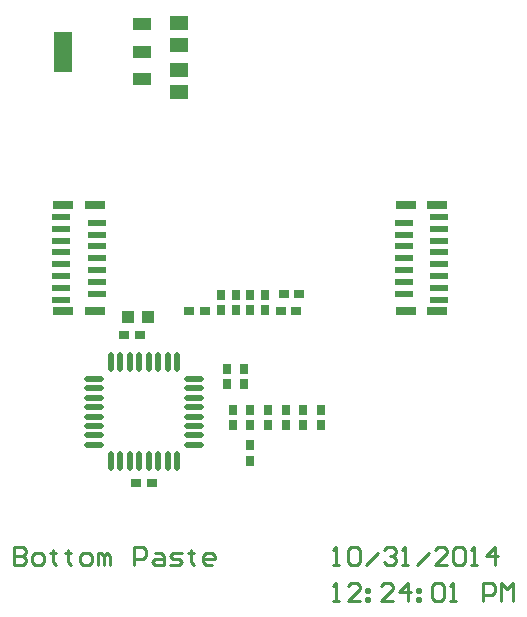
<source format=gbp>
%FSLAX25Y25*%
%MOIN*%
G70*
G01*
G75*
G04 Layer_Color=128*
%ADD10C,0.07874*%
%ADD11R,0.01575X0.02756*%
%ADD12C,0.03937*%
%ADD13C,0.00591*%
%ADD14C,0.01000*%
%ADD15C,0.07087*%
%ADD16R,0.05906X0.05906*%
%ADD17C,0.05906*%
%ADD18R,0.05906X0.05906*%
%ADD19C,0.02441*%
%ADD20C,0.01969*%
%ADD21C,0.04000*%
%ADD22C,0.06299*%
%ADD23O,0.09449X0.12598*%
%ADD24C,0.04762*%
%ADD25C,0.11024*%
%ADD26C,0.03563*%
%ADD27R,0.03543X0.02756*%
%ADD28R,0.04331X0.03937*%
%ADD29R,0.02756X0.03543*%
%ADD30R,0.05906X0.02362*%
%ADD31R,0.07087X0.03150*%
%ADD32R,0.05906X0.05118*%
%ADD33O,0.06496X0.02165*%
%ADD34O,0.02165X0.06496*%
%ADD35R,0.06102X0.13583*%
%ADD36R,0.06102X0.04331*%
%ADD37R,0.06102X0.04331*%
%ADD38C,0.01575*%
%ADD39C,0.03937*%
%ADD40C,0.00787*%
%ADD41C,0.08474*%
%ADD42R,0.02175X0.03356*%
%ADD43C,0.11811*%
%ADD44C,0.07687*%
%ADD45R,0.00600X0.00600*%
%ADD46C,0.03000*%
%ADD47R,0.06506X0.06506*%
%ADD48C,0.06506*%
%ADD49C,0.06000*%
%ADD50R,0.06506X0.06506*%
%ADD51R,0.04143X0.03356*%
%ADD52R,0.04931X0.04537*%
%ADD53R,0.03356X0.04143*%
%ADD54R,0.06506X0.02962*%
%ADD55R,0.07687X0.03750*%
%ADD56R,0.06506X0.05718*%
%ADD57O,0.07096X0.02765*%
%ADD58O,0.02765X0.07096*%
%ADD59R,0.06702X0.14183*%
%ADD60R,0.06702X0.04931*%
%ADD61R,0.06702X0.04931*%
D14*
X-78740Y-96364D02*
Y-102362D01*
X-75741D01*
X-74741Y-101363D01*
Y-100363D01*
X-75741Y-99363D01*
X-78740D01*
X-75741D01*
X-74741Y-98364D01*
Y-97364D01*
X-75741Y-96364D01*
X-78740D01*
X-71742Y-102362D02*
X-69743D01*
X-68743Y-101363D01*
Y-99363D01*
X-69743Y-98364D01*
X-71742D01*
X-72742Y-99363D01*
Y-101363D01*
X-71742Y-102362D01*
X-65744Y-97364D02*
Y-98364D01*
X-66744D01*
X-64745D01*
X-65744D01*
Y-101363D01*
X-64745Y-102362D01*
X-60746Y-97364D02*
Y-98364D01*
X-61746D01*
X-59746D01*
X-60746D01*
Y-101363D01*
X-59746Y-102362D01*
X-55748D02*
X-53748D01*
X-52749Y-101363D01*
Y-99363D01*
X-53748Y-98364D01*
X-55748D01*
X-56747Y-99363D01*
Y-101363D01*
X-55748Y-102362D01*
X-50749D02*
Y-98364D01*
X-49749D01*
X-48750Y-99363D01*
Y-102362D01*
Y-99363D01*
X-47750Y-98364D01*
X-46751Y-99363D01*
Y-102362D01*
X-38753D02*
Y-96364D01*
X-35754D01*
X-34754Y-97364D01*
Y-99363D01*
X-35754Y-100363D01*
X-38753D01*
X-31755Y-98364D02*
X-29756D01*
X-28756Y-99363D01*
Y-102362D01*
X-31755D01*
X-32755Y-101363D01*
X-31755Y-100363D01*
X-28756D01*
X-26757Y-102362D02*
X-23758D01*
X-22758Y-101363D01*
X-23758Y-100363D01*
X-25757D01*
X-26757Y-99363D01*
X-25757Y-98364D01*
X-22758D01*
X-19759Y-97364D02*
Y-98364D01*
X-20759D01*
X-18760D01*
X-19759D01*
Y-101363D01*
X-18760Y-102362D01*
X-12762D02*
X-14761D01*
X-15761Y-101363D01*
Y-99363D01*
X-14761Y-98364D01*
X-12762D01*
X-11762Y-99363D01*
Y-100363D01*
X-15761D01*
X27559Y-102362D02*
X29558D01*
X28559D01*
Y-96364D01*
X27559Y-97364D01*
X32557D02*
X33557Y-96364D01*
X35557D01*
X36556Y-97364D01*
Y-101363D01*
X35557Y-102362D01*
X33557D01*
X32557Y-101363D01*
Y-97364D01*
X38555Y-102362D02*
X42554Y-98364D01*
X44554Y-97364D02*
X45553Y-96364D01*
X47553D01*
X48552Y-97364D01*
Y-98364D01*
X47553Y-99363D01*
X46553D01*
X47553D01*
X48552Y-100363D01*
Y-101363D01*
X47553Y-102362D01*
X45553D01*
X44554Y-101363D01*
X50552Y-102362D02*
X52551D01*
X51551D01*
Y-96364D01*
X50552Y-97364D01*
X55550Y-102362D02*
X59549Y-98364D01*
X65547Y-102362D02*
X61548D01*
X65547Y-98364D01*
Y-97364D01*
X64547Y-96364D01*
X62548D01*
X61548Y-97364D01*
X67546D02*
X68546Y-96364D01*
X70545D01*
X71545Y-97364D01*
Y-101363D01*
X70545Y-102362D01*
X68546D01*
X67546Y-101363D01*
Y-97364D01*
X73544Y-102362D02*
X75543D01*
X74544D01*
Y-96364D01*
X73544Y-97364D01*
X81542Y-102362D02*
Y-96364D01*
X78543Y-99363D01*
X82541D01*
X27559Y-114173D02*
X29558D01*
X28559D01*
Y-108175D01*
X27559Y-109175D01*
X36556Y-114173D02*
X32557D01*
X36556Y-110175D01*
Y-109175D01*
X35557Y-108175D01*
X33557D01*
X32557Y-109175D01*
X38555Y-110175D02*
X39555D01*
Y-111174D01*
X38555D01*
Y-110175D01*
Y-113174D02*
X39555D01*
Y-114173D01*
X38555D01*
Y-113174D01*
X47553Y-114173D02*
X43554D01*
X47553Y-110175D01*
Y-109175D01*
X46553Y-108175D01*
X44554D01*
X43554Y-109175D01*
X52551Y-114173D02*
Y-108175D01*
X49552Y-111174D01*
X53551D01*
X55550Y-110175D02*
X56550D01*
Y-111174D01*
X55550D01*
Y-110175D01*
Y-113174D02*
X56550D01*
Y-114173D01*
X55550D01*
Y-113174D01*
X60548Y-109175D02*
X61548Y-108175D01*
X63547D01*
X64547Y-109175D01*
Y-113174D01*
X63547Y-114173D01*
X61548D01*
X60548Y-113174D01*
Y-109175D01*
X66546Y-114173D02*
X68546D01*
X67546D01*
Y-108175D01*
X66546Y-109175D01*
X77543Y-114173D02*
Y-108175D01*
X80542D01*
X81542Y-109175D01*
Y-111174D01*
X80542Y-112174D01*
X77543D01*
X83541Y-114173D02*
Y-108175D01*
X85540Y-110175D01*
X87540Y-108175D01*
Y-114173D01*
D27*
X-37992Y-74803D02*
D03*
X-32874D02*
D03*
X-36811Y-25591D02*
D03*
X-41929D02*
D03*
X11220Y-11811D02*
D03*
X16339D02*
D03*
X-20276Y-17717D02*
D03*
X-15157D02*
D03*
X10236D02*
D03*
X15354D02*
D03*
D28*
X-40748Y-19685D02*
D03*
X-34055D02*
D03*
D29*
X0Y-62402D02*
D03*
Y-67520D02*
D03*
X4921Y-12205D02*
D03*
Y-17323D02*
D03*
X-9843Y-12205D02*
D03*
Y-17323D02*
D03*
X-7874Y-36811D02*
D03*
Y-41929D02*
D03*
X0Y-12205D02*
D03*
Y-17323D02*
D03*
X-4921Y-12205D02*
D03*
Y-17323D02*
D03*
X-1969Y-41929D02*
D03*
Y-36811D02*
D03*
X23622Y-55709D02*
D03*
Y-50591D02*
D03*
X17717Y-55709D02*
D03*
Y-50591D02*
D03*
X11811Y-55709D02*
D03*
Y-50591D02*
D03*
X5906Y-55709D02*
D03*
Y-50591D02*
D03*
X0D02*
D03*
Y-55709D02*
D03*
X-5906Y-50591D02*
D03*
Y-55709D02*
D03*
D30*
X51181Y-3937D02*
D03*
Y-7874D02*
D03*
Y-11811D02*
D03*
Y7874D02*
D03*
Y0D02*
D03*
Y11811D02*
D03*
Y3937D02*
D03*
X62992Y-13780D02*
D03*
Y-9843D02*
D03*
Y-1969D02*
D03*
Y-5906D02*
D03*
Y9843D02*
D03*
Y5906D02*
D03*
Y13780D02*
D03*
Y1969D02*
D03*
X-62992Y-13780D02*
D03*
Y-1969D02*
D03*
Y-5906D02*
D03*
Y-9843D02*
D03*
Y9843D02*
D03*
Y1969D02*
D03*
Y13780D02*
D03*
Y5906D02*
D03*
X-51181Y-3937D02*
D03*
Y-11811D02*
D03*
Y-7874D02*
D03*
Y3937D02*
D03*
Y-0D02*
D03*
Y7874D02*
D03*
Y11811D02*
D03*
D31*
X51772Y-17717D02*
D03*
Y17717D02*
D03*
X62402Y-17717D02*
D03*
Y17717D02*
D03*
X-62402Y-17717D02*
D03*
Y17717D02*
D03*
X-51772Y-17717D02*
D03*
Y17717D02*
D03*
D32*
X-23622Y62795D02*
D03*
Y55315D02*
D03*
Y78543D02*
D03*
Y71063D02*
D03*
D33*
X-51968Y-59055D02*
D03*
Y-62205D02*
D03*
Y-49606D02*
D03*
Y-55905D02*
D03*
Y-52756D02*
D03*
Y-40157D02*
D03*
Y-46457D02*
D03*
Y-43307D02*
D03*
X-18898Y-62205D02*
D03*
Y-52756D02*
D03*
Y-59055D02*
D03*
Y-55905D02*
D03*
Y-43307D02*
D03*
Y-40157D02*
D03*
Y-49606D02*
D03*
Y-46457D02*
D03*
D34*
X-46457Y-67716D02*
D03*
X-40157D02*
D03*
X-43307D02*
D03*
Y-34646D02*
D03*
X-46457D02*
D03*
X-37008D02*
D03*
X-40157D02*
D03*
X-37008Y-67716D02*
D03*
X-30709D02*
D03*
X-33858D02*
D03*
X-27559D02*
D03*
X-24409D02*
D03*
X-33858Y-34646D02*
D03*
X-30709D02*
D03*
X-24409D02*
D03*
X-27559D02*
D03*
D35*
X-62500Y68898D02*
D03*
D36*
X-35925Y59842D02*
D03*
Y68898D02*
D03*
D37*
Y77953D02*
D03*
M02*

</source>
